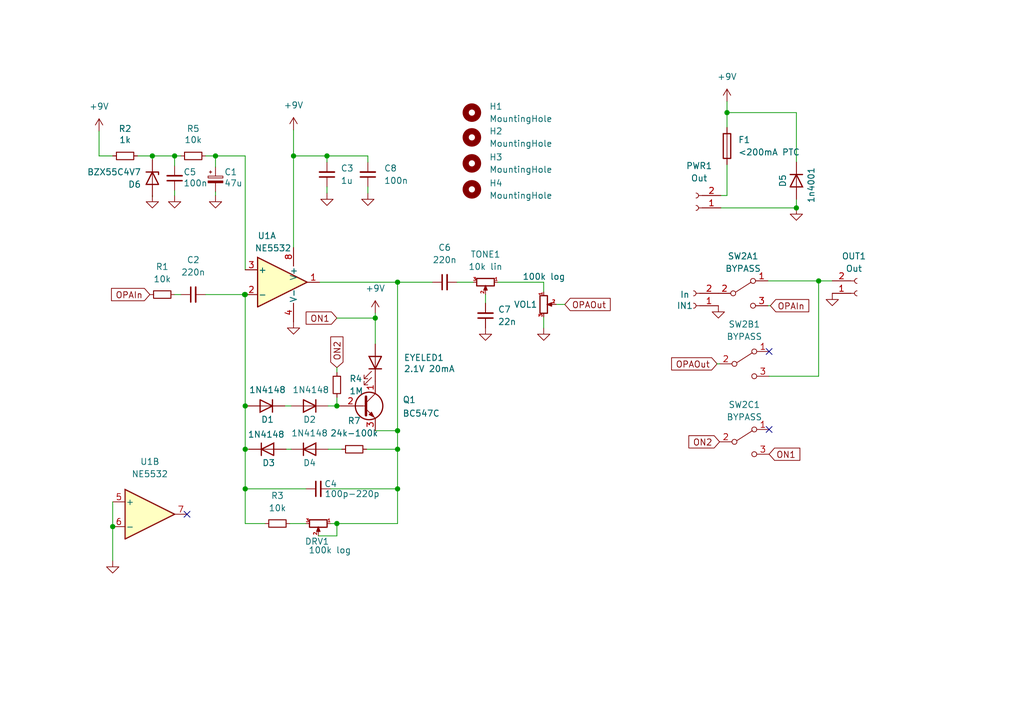
<source format=kicad_sch>
(kicad_sch (version 20211123) (generator eeschema)
  (paper "A5")
  (lib_symbols
    (symbol "Amplifier_Operational:LM358" (pin_names (offset 0.127))
      (property "Reference" "U" (at 0 5.08 0))
      (property "Value" "LM358" (at 0 -5.08 0))
      (symbol "LM358_1_1"
        (polyline (pts (xy -5.08 5.08) (xy 5.08 0) (xy -5.08 -5.08) (xy -5.08 5.08)) (stroke (width 0.254)) (fill (type background)))
        (pin output line (at 7.62 0 180) (length 2.54) (name "~") (number "1"))
        (pin input line (at -7.62 -2.54 0) (length 2.54) (name "-") (number "2"))
        (pin input line (at -7.62 2.54 0) (length 2.54) (name "+") (number "3"))
      )
      (symbol "LM358_2_1"
        (polyline (pts (xy -5.08 5.08) (xy 5.08 0) (xy -5.08 -5.08) (xy -5.08 5.08)) (stroke (width 0.254)) (fill (type background)))
        (pin input line (at -7.62 2.54 0) (length 2.54) (name "+") (number "5"))
        (pin input line (at -7.62 -2.54 0) (length 2.54) (name "-") (number "6"))
        (pin output line (at 7.62 0 180) (length 2.54) (name "~") (number "7"))
      )
      (symbol "LM358_3_1"
        (pin power_in line (at -2.54 -7.62 90) (length 3.81) (name "V-") (number "4"))
        (pin power_in line (at -2.54 7.62 270) (length 3.81) (name "V+") (number "8"))
      )
    )
    (symbol "Connector:Conn_01x02_Female" (pin_names (offset 1.016) hide)
      (property "Reference" "J" (at 0 2.54 0))
      (property "Value" "Conn_01x02_Female" (at 0 -5.08 0))
      (symbol "Conn_01x02_Female_1_1"
        (arc (start 0 -2.032) (mid -0.508 -2.54) (end 0 -3.048) (stroke (width 0.1524)))
        (polyline (pts (xy -1.27 -2.54) (xy -0.508 -2.54)) (stroke (width 0.1524)))
        (polyline (pts (xy -1.27 0) (xy -0.508 0)) (stroke (width 0.1524)))
        (arc (start 0 0.508) (mid -0.508 0) (end 0 -0.508) (stroke (width 0.1524)))
        (pin passive line (at -5.08 0 0) (length 3.81) (name "Pin_1") (number "1"))
        (pin passive line (at -5.08 -2.54 0) (length 3.81) (name "Pin_2") (number "2"))
      )
    )
    (symbol "Device:C_Polarized_Small" (pin_numbers hide) (pin_names (offset 0.254) hide)
      (property "Reference" "C" (at 0.254 1.778 0))
      (property "Value" "C_Polarized_Small" (at 0.254 -2.032 0))
      (symbol "C_Polarized_Small_0_1"
        (rectangle (start -1.524 -0.3048) (end 1.524 -0.6858) (fill (type outline)))
        (rectangle (start -1.524 0.6858) (end 1.524 0.3048))
        (polyline (pts (xy -1.27 1.524) (xy -0.762 1.524)))
        (polyline (pts (xy -1.016 1.27) (xy -1.016 1.778)))
      )
      (symbol "C_Polarized_Small_1_1"
        (pin passive line (at 0 2.54 270) (length 1.8542) (name "~") (number "1"))
        (pin passive line (at 0 -2.54 90) (length 1.8542) (name "~") (number "2"))
      )
    )
    (symbol "Device:C_Small" (pin_numbers hide) (pin_names (offset 0.254) hide)
      (property "Reference" "C" (at 0.254 1.778 0))
      (property "Value" "C_Small" (at 0.254 -2.032 0))
      (symbol "C_Small_0_1"
        (polyline (pts (xy -1.524 -0.508) (xy 1.524 -0.508)) (stroke (width 0.3302)))
        (polyline (pts (xy -1.524 0.508) (xy 1.524 0.508)) (stroke (width 0.3048)))
      )
      (symbol "C_Small_1_1"
        (pin passive line (at 0 2.54 270) (length 2.032) (name "~") (number "1"))
        (pin passive line (at 0 -2.54 90) (length 2.032) (name "~") (number "2"))
      )
    )
    (symbol "Device:D_Zener" (pin_numbers hide) (pin_names (offset 1.016) hide)
      (property "Reference" "D" (at 0 2.54 0))
      (property "Value" "D_Zener" (at 0 -2.54 0))
      (symbol "D_Zener_0_1"
        (polyline (pts (xy 1.27 0) (xy -1.27 0)))
        (polyline (pts (xy -1.27 -1.27) (xy -1.27 1.27) (xy -0.762 1.27)) (stroke (width 0.254)))
        (polyline (pts (xy 1.27 -1.27) (xy 1.27 1.27) (xy -1.27 0) (xy 1.27 -1.27)) (stroke (width 0.254)))
      )
      (symbol "D_Zener_1_1"
        (pin passive line (at -3.81 0 0) (length 2.54) (name "K") (number "1"))
        (pin passive line (at 3.81 0 180) (length 2.54) (name "A") (number "2"))
      )
    )
    (symbol "Device:Fuse" (pin_numbers hide) (pin_names (offset 0))
      (property "Reference" "F" (at 2.032 0 90))
      (property "Value" "Fuse" (at -1.905 0 90))
      (symbol "Fuse_0_1"
        (rectangle (start -0.762 -2.54) (end 0.762 2.54) (stroke (width 0.254)))
        (polyline (pts (xy 0 2.54) (xy 0 -2.54)))
      )
      (symbol "Fuse_1_1"
        (pin passive line (at 0 3.81 270) (length 1.27) (name "~") (number "1"))
        (pin passive line (at 0 -3.81 90) (length 1.27) (name "~") (number "2"))
      )
    )
    (symbol "Device:LED" (pin_numbers hide) (pin_names (offset 1.016) hide)
      (property "Reference" "D" (at 0 2.54 0))
      (property "Value" "LED" (at 0 -2.54 0))
      (symbol "LED_0_1"
        (polyline (pts (xy -1.27 -1.27) (xy -1.27 1.27)) (stroke (width 0.254)))
        (polyline (pts (xy -1.27 0) (xy 1.27 0)))
        (polyline (pts (xy 1.27 -1.27) (xy 1.27 1.27) (xy -1.27 0) (xy 1.27 -1.27)) (stroke (width 0.254)))
        (polyline (pts (xy -3.048 -0.762) (xy -4.572 -2.286) (xy -3.81 -2.286) (xy -4.572 -2.286) (xy -4.572 -1.524)))
        (polyline (pts (xy -1.778 -0.762) (xy -3.302 -2.286) (xy -2.54 -2.286) (xy -3.302 -2.286) (xy -3.302 -1.524)))
      )
      (symbol "LED_1_1"
        (pin passive line (at -3.81 0 0) (length 2.54) (name "K") (number "1"))
        (pin passive line (at 3.81 0 180) (length 2.54) (name "A") (number "2"))
      )
    )
    (symbol "Device:R_Potentiometer_Small" (pin_names (offset 1.016) hide)
      (property "Reference" "RV" (at -4.445 0 90))
      (property "Value" "R_Potentiometer_Small" (at -2.54 0 90))
      (symbol "R_Potentiometer_Small_0_1"
        (polyline (pts (xy 0.889 0) (xy 0.635 0) (xy 1.651 0.381) (xy 1.651 -0.381) (xy 0.635 0) (xy 0.889 0)) (fill (type outline)))
        (rectangle (start 0.762 1.8034) (end -0.762 -1.8034) (stroke (width 0.254)))
      )
      (symbol "R_Potentiometer_Small_1_1"
        (pin passive line (at 0 2.54 270) (length 0.635) (name "1") (number "1"))
        (pin passive line (at 2.54 0 180) (length 0.9906) (name "2") (number "2"))
        (pin passive line (at 0 -2.54 90) (length 0.635) (name "3") (number "3"))
      )
    )
    (symbol "Device:R_Small" (pin_numbers hide) (pin_names (offset 0.254) hide)
      (property "Reference" "R" (at 0.762 0.508 0))
      (property "Value" "R_Small" (at 0.762 -1.016 0))
      (symbol "R_Small_0_1"
        (rectangle (start -0.762 1.778) (end 0.762 -1.778) (stroke (width 0.2032)))
      )
      (symbol "R_Small_1_1"
        (pin passive line (at 0 2.54 270) (length 0.762) (name "~") (number "1"))
        (pin passive line (at 0 -2.54 90) (length 0.762) (name "~") (number "2"))
      )
    )
    (symbol "Diode:1N4148" (pin_numbers hide) (pin_names (offset 1.016) hide)
      (property "Reference" "D" (at 0 2.54 0))
      (property "Value" "1N4148" (at 0 -2.54 0))
      (symbol "1N4148_0_1"
        (polyline (pts (xy -1.27 1.27) (xy -1.27 -1.27)) (stroke (width 0.254)))
        (polyline (pts (xy 1.27 0) (xy -1.27 0)))
        (polyline (pts (xy 1.27 1.27) (xy 1.27 -1.27) (xy -1.27 0) (xy 1.27 1.27)) (stroke (width 0.254)))
      )
      (symbol "1N4148_1_1"
        (pin passive line (at -3.81 0 0) (length 2.54) (name "K") (number "1"))
        (pin passive line (at 3.81 0 180) (length 2.54) (name "A") (number "2"))
      )
    )
    (symbol "Mechanical:MountingHole" (pin_names (offset 1.016))
      (property "Reference" "H" (at 0 5.08 0))
      (property "Value" "MountingHole" (at 0 3.175 0))
      (symbol "MountingHole_0_1"
        (circle (center 0 0) (radius 1.27) (stroke (width 1.27)))
      )
    )
    (symbol "Switch:SW_SPDT" (pin_names (offset 0) hide)
      (property "Reference" "SW" (at 0 4.318 0))
      (property "Value" "SW_SPDT" (at 0 -5.08 0))
      (symbol "SW_SPDT_0_0"
        (circle (center -2.032 0) (radius 0.508))
        (circle (center 2.032 -2.54) (radius 0.508))
      )
      (symbol "SW_SPDT_0_1"
        (polyline (pts (xy -1.524 0.254) (xy 1.651 2.286)))
        (circle (center 2.032 2.54) (radius 0.508))
      )
      (symbol "SW_SPDT_1_1"
        (pin passive line (at 5.08 2.54 180) (length 2.54) (name "A") (number "1"))
        (pin passive line (at -5.08 0 0) (length 2.54) (name "B") (number "2"))
        (pin passive line (at 5.08 -2.54 180) (length 2.54) (name "C") (number "3"))
      )
    )
    (symbol "Transistor_BJT:BC547" (pin_names (offset 0) hide)
      (property "Reference" "Q" (at 5.08 1.905 0))
      (property "Value" "BC547" (at 5.08 0 0))
      (symbol "BC547_0_1"
        (polyline (pts (xy 0 0) (xy 0.635 0)))
        (polyline (pts (xy 0.635 0.635) (xy 2.54 2.54)))
        (polyline (pts (xy 0.635 -0.635) (xy 2.54 -2.54) (xy 2.54 -2.54)))
        (polyline (pts (xy 0.635 1.905) (xy 0.635 -1.905) (xy 0.635 -1.905)) (stroke (width 0.508)))
        (polyline (pts (xy 1.27 -1.778) (xy 1.778 -1.27) (xy 2.286 -2.286) (xy 1.27 -1.778) (xy 1.27 -1.778)) (fill (type outline)))
        (circle (center 1.27 0) (radius 2.8194) (stroke (width 0.254)))
      )
      (symbol "BC547_1_1"
        (pin passive line (at 2.54 5.08 270) (length 2.54) (name "C") (number "1"))
        (pin input line (at -5.08 0 0) (length 5.08) (name "B") (number "2"))
        (pin passive line (at 2.54 -5.08 90) (length 2.54) (name "E") (number "3"))
      )
    )
    (symbol "power:+9V" (power) (pin_names (offset 0))
      (property "Value" "+9V" (at 0 3.556 0))
      (symbol "+9V_0_1"
        (polyline (pts (xy -0.762 1.27) (xy 0 2.54)))
        (polyline (pts (xy 0 0) (xy 0 2.54)))
        (polyline (pts (xy 0 2.54) (xy 0.762 1.27)))
      )
      (symbol "+9V_1_1"
        (pin power_in line (at 0 0 90) (length 0) hide (name "+9V") (number "1"))
      )
    )
    (symbol "power:GND" (power) (pin_names (offset 0))
      (property "Value" "GND" (at 0 -3.81 0))
      (symbol "GND_0_1"
        (polyline (pts (xy 0 0) (xy 0 -1.27) (xy 1.27 -1.27) (xy 0 -2.54) (xy -1.27 -1.27) (xy 0 -1.27)))
      )
      (symbol "GND_1_1"
        (pin power_in line (at 0 0 270) (length 0) hide (name "GND") (number "1"))
      )
    )
  )
  (junction (at 23.114 108.077))
  (junction (at 31.242 32.004))
  (junction (at 50.292 83.312))
  (junction (at 50.292 92.202))
  (junction (at 163.322 42.672))
  (junction (at 69.088 107.442))
  (junction (at 167.894 57.658))
  (junction (at 50.165 60.452))
  (junction (at 69.088 83.312))
  (junction (at 50.292 100.33))
  (junction (at 60.198 32.004))
  (junction (at 81.534 100.33))
  (junction (at 35.814 32.004))
  (junction (at 81.534 88.392))
  (junction (at 81.534 57.912))
  (junction (at 44.196 32.004))
  (junction (at 50.292 60.452))
  (junction (at 81.534 92.202))
  (junction (at 67.056 32.004))
  (junction (at 149.098 23.114))
  (junction (at 76.962 65.278))
  (no_connect (at 38.354 105.537))
  (no_connect (at 157.734 72.136))
  (no_connect (at 157.734 88.138))
  (wire (pts (xy 59.69 92.202) (xy 58.674 92.202)))
  (wire (pts (xy 44.196 39.37) (xy 44.196 40.132)))
  (wire (pts (xy 93.726 57.912) (xy 97.028 57.912)))
  (wire (pts (xy 67.818 107.442) (xy 69.088 107.442)))
  (wire (pts (xy 20.32 32.004) (xy 23.114 32.004)))
  (wire (pts (xy 163.322 23.114) (xy 149.098 23.114)))
  (wire (pts (xy 31.242 32.766) (xy 31.242 32.004)))
  (wire (pts (xy 50.292 100.33) (xy 62.738 100.33)))
  (wire (pts (xy 149.098 33.782) (xy 149.098 40.132)))
  (wire (pts (xy 157.48 62.738) (xy 157.988 62.738)))
  (wire (pts (xy 76.962 88.392) (xy 81.534 88.392)))
  (wire (pts (xy 114.046 62.484) (xy 115.824 62.484)))
  (wire (pts (xy 59.436 107.442) (xy 62.738 107.442)))
  (wire (pts (xy 65.278 109.982) (xy 69.088 109.982)))
  (wire (pts (xy 28.194 32.004) (xy 31.242 32.004)))
  (wire (pts (xy 42.164 32.004) (xy 44.196 32.004)))
  (wire (pts (xy 65.532 57.912) (xy 81.534 57.912)))
  (wire (pts (xy 163.322 33.274) (xy 163.322 23.114)))
  (wire (pts (xy 67.056 38.354) (xy 67.056 39.624)))
  (wire (pts (xy 50.292 60.452) (xy 50.292 83.312)))
  (wire (pts (xy 157.734 77.216) (xy 167.894 77.216)))
  (wire (pts (xy 35.814 60.452) (xy 37.084 60.452)))
  (wire (pts (xy 69.088 65.278) (xy 76.962 65.278)))
  (wire (pts (xy 50.292 107.442) (xy 54.356 107.442)))
  (wire (pts (xy 50.292 83.312) (xy 50.8 83.312)))
  (wire (pts (xy 147.828 42.672) (xy 163.322 42.672)))
  (wire (pts (xy 111.506 57.912) (xy 111.506 59.944)))
  (wire (pts (xy 60.198 26.67) (xy 60.198 32.004)))
  (wire (pts (xy 75.438 32.004) (xy 75.438 33.274)))
  (wire (pts (xy 76.962 64.262) (xy 76.962 65.278)))
  (wire (pts (xy 50.292 92.202) (xy 50.292 100.33)))
  (wire (pts (xy 67.31 92.202) (xy 70.104 92.202)))
  (wire (pts (xy 102.108 57.912) (xy 111.506 57.912)))
  (wire (pts (xy 67.818 100.33) (xy 81.534 100.33)))
  (wire (pts (xy 81.534 100.33) (xy 81.534 107.442)))
  (wire (pts (xy 76.962 65.278) (xy 76.962 70.612)))
  (wire (pts (xy 157.48 57.658) (xy 167.894 57.658)))
  (wire (pts (xy 69.088 83.312) (xy 69.342 83.312)))
  (wire (pts (xy 35.814 32.004) (xy 37.084 32.004)))
  (wire (pts (xy 69.088 81.534) (xy 69.088 83.312)))
  (wire (pts (xy 149.098 20.828) (xy 149.098 23.114)))
  (wire (pts (xy 58.42 83.312) (xy 59.69 83.312)))
  (wire (pts (xy 149.098 23.114) (xy 149.098 26.162)))
  (wire (pts (xy 75.438 38.354) (xy 75.438 39.624)))
  (wire (pts (xy 69.088 76.454) (xy 69.088 75.438)))
  (wire (pts (xy 81.534 92.202) (xy 81.534 100.33)))
  (wire (pts (xy 69.088 107.442) (xy 81.534 107.442)))
  (wire (pts (xy 44.196 32.004) (xy 50.292 32.004)))
  (wire (pts (xy 23.114 102.997) (xy 23.114 108.077)))
  (wire (pts (xy 67.056 32.004) (xy 67.056 33.274)))
  (wire (pts (xy 35.814 39.116) (xy 35.814 40.132)))
  (wire (pts (xy 81.534 57.912) (xy 88.646 57.912)))
  (wire (pts (xy 167.894 77.216) (xy 167.894 57.658)))
  (wire (pts (xy 81.534 57.912) (xy 81.534 88.392)))
  (wire (pts (xy 20.32 26.924) (xy 20.32 32.004)))
  (wire (pts (xy 75.184 92.202) (xy 81.534 92.202)))
  (wire (pts (xy 23.114 108.077) (xy 23.114 115.062)))
  (wire (pts (xy 50.292 100.33) (xy 50.292 107.442)))
  (wire (pts (xy 50.292 92.202) (xy 50.292 83.312)))
  (wire (pts (xy 147.066 74.676) (xy 147.574 74.676)))
  (wire (pts (xy 50.292 55.372) (xy 50.292 32.004)))
  (wire (pts (xy 81.534 88.392) (xy 81.534 92.202)))
  (wire (pts (xy 50.292 92.202) (xy 51.054 92.202)))
  (wire (pts (xy 60.198 32.004) (xy 60.198 50.8)))
  (wire (pts (xy 31.242 40.132) (xy 31.242 40.386)))
  (wire (pts (xy 42.164 60.452) (xy 50.165 60.452)))
  (wire (pts (xy 163.322 40.894) (xy 163.322 42.672)))
  (wire (pts (xy 50.165 60.452) (xy 50.292 60.452)))
  (wire (pts (xy 44.196 32.004) (xy 44.196 34.29)))
  (wire (pts (xy 60.198 32.004) (xy 67.056 32.004)))
  (wire (pts (xy 35.814 34.036) (xy 35.814 32.004)))
  (wire (pts (xy 67.056 32.004) (xy 75.438 32.004)))
  (wire (pts (xy 167.894 57.658) (xy 170.688 57.658)))
  (wire (pts (xy 111.506 65.024) (xy 111.506 67.31)))
  (wire (pts (xy 31.242 32.004) (xy 35.814 32.004)))
  (wire (pts (xy 67.31 83.312) (xy 69.088 83.312)))
  (wire (pts (xy 147.828 40.132) (xy 149.098 40.132)))
  (wire (pts (xy 99.568 60.452) (xy 99.568 62.23)))
  (wire (pts (xy 69.088 109.982) (xy 69.088 107.442)))
  (global_label "OPAIn" (shape input) (at 157.988 62.738 0) (property "Intersheet References" "${INTERSHEET_REFS}" (effects hide)))
  (global_label "ON1" (shape input) (at 157.734 93.218 0) (property "Intersheet References" "${INTERSHEET_REFS}" (effects hide)))
  (global_label "OPAIn" (shape input) (at 30.734 60.452 180) (property "Intersheet References" "${INTERSHEET_REFS}" (effects hide)))
  (global_label "ON1" (shape input) (at 69.088 65.278 180) (property "Intersheet References" "${INTERSHEET_REFS}" (effects hide)))
  (global_label "ON2" (shape input) (at 147.574 90.678 180) (property "Intersheet References" "${INTERSHEET_REFS}" (effects hide)))
  (global_label "ON2" (shape input) (at 69.088 75.438 90) (property "Intersheet References" "${INTERSHEET_REFS}" (effects hide)))
  (global_label "OPAOut" (shape input) (at 147.066 74.676 180) (property "Intersheet References" "${INTERSHEET_REFS}" (effects hide)))
  (global_label "OPAOut" (shape input) (at 115.824 62.484 0) (property "Intersheet References" "${INTERSHEET_REFS}" (effects hide)))
  (symbol (lib_id "Mechanical:MountingHole") (at 96.774 38.862 0) (unit 1)
    (property "Reference" "H4" (at 100.33 37.5919 0) (effects (justify left)))
    (property "Value" "MountingHole" (at 100.33 40.1319 0) (effects (justify left)))
    (property "Footprint" "MountingHole:MountingHole_3.2mm_M3" (effects hide))
  )
  (symbol (lib_id "Diode:1N4148") (at 63.5 83.312 180) (unit 1)
    (property "Reference" "D2" (at 63.5 86.106 0))
    (property "Value" "1N4148" (at 59.944 80.01 0) (effects (justify right)))
    (property "Footprint" "Diode_THT:D_DO-35_SOD27_P7.62mm_Horizontal" (effects hide))
    (property "Datasheet" "https://assets.nexperia.com/documents/data-sheet/1N4148_1N4448.pdf" (effects hide))
  )
  (symbol (lib_id "Device:R_Potentiometer_Small") (at 111.506 62.484 0) (unit 1)
    (property "Reference" "VOL1" (at 110.236 62.484 0) (effects (justify right)))
    (property "Value" "100k log" (at 115.951 56.769 0) (effects (justify right)))
    (property "Footprint" "Connector_JST:JST_PH_B3B-PH-K_1x03_P2.00mm_Vertical" (effects hide))
  )
  (symbol (lib_id "Diode:1N4148") (at 163.322 37.084 270) (unit 1)
    (property "Reference" "D5" (at 160.528 37.084 0))
    (property "Value" "1n4001" (at 166.37 34.29 0) (effects (justify left)))
    (property "Footprint" "Diode_THT:D_DO-15_P12.70mm_Horizontal" (effects hide))
    (property "Datasheet" "https://assets.nexperia.com/documents/data-sheet/1N4148_1N4448.pdf" (effects hide))
  )
  (symbol (lib_id "power:GND") (at 67.056 39.624 0) (unit 1)
    (property "Reference" "#PWR0102" (effects hide))
    (property "Value" "GND" (effects hide))
  )
  (symbol (lib_id "Mechanical:MountingHole") (at 96.774 23.114 0) (unit 1)
    (property "Reference" "H1" (at 100.33 21.8439 0) (effects (justify left)))
    (property "Value" "MountingHole" (at 100.33 24.3839 0) (effects (justify left)))
    (property "Footprint" "MountingHole:MountingHole_3.2mm_M3" (effects hide))
  )
  (symbol (lib_id "Diode:1N4148") (at 63.5 92.202 0) (unit 1)
    (property "Reference" "D4" (at 63.5 94.996 0))
    (property "Value" "1N4148" (at 59.69 88.9 0) (effects (justify left)))
    (property "Footprint" "Diode_THT:D_DO-35_SOD27_P7.62mm_Horizontal" (effects hide))
    (property "Datasheet" "https://assets.nexperia.com/documents/data-sheet/1N4148_1N4448.pdf" (effects hide))
  )
  (symbol (lib_id "power:GND") (at 60.198 66.04 0) (unit 1)
    (property "Reference" "#PWR07" (effects hide))
    (property "Value" "GND" (effects hide))
  )
  (symbol (lib_id "Connector:Conn_01x02_Female") (at 142.24 62.738 180) (unit 1)
    (property "Reference" "IN1" (at 140.462 62.738 0))
    (property "Value" "In" (at 140.462 60.452 0))
    (property "Footprint" "Connector_JST:JST_PH_B2B-PH-K_1x02_P2.00mm_Vertical" (effects hide))
  )
  (symbol (lib_id "power:GND") (at 147.32 62.738 0) (unit 1)
    (property "Reference" "#PWR012" (effects hide))
    (property "Value" "GND" (effects hide))
  )
  (symbol (lib_id "power:GND") (at 35.814 40.132 0) (unit 1)
    (property "Reference" "#PWR0104" (effects hide))
    (property "Value" "GND" (effects hide))
  )
  (symbol (lib_id "Switch:SW_SPDT") (at 152.4 60.198 0) (unit 1)
    (property "Reference" "SW2A1" (at 152.4 52.578 0))
    (property "Value" "BYPASS" (at 152.4 55.118 0))
    (property "Footprint" "Connector_JST:JST_PH_B3B-PH-K_1x03_P2.00mm_Vertical" (effects hide))
  )
  (symbol (lib_id "Device:R_Small") (at 69.088 78.994 0) (unit 1)
    (property "Reference" "R4" (at 71.628 77.7239 0) (effects (justify left)))
    (property "Value" "1M" (at 71.628 80.2639 0) (effects (justify left)))
    (property "Footprint" "Resistor_THT:R_Axial_DIN0207_L6.3mm_D2.5mm_P10.16mm_Horizontal" (effects hide))
  )
  (symbol (lib_id "Device:C_Small") (at 75.438 35.814 180) (unit 1)
    (property "Reference" "C8" (at 78.74 34.5375 0) (effects (justify right)))
    (property "Value" "100n" (at 78.74 37.0775 0) (effects (justify right)))
    (property "Footprint" "Capacitor_THT:C_Rect_L7.0mm_W4.5mm_P5.00mm" (effects hide))
  )
  (symbol (lib_id "Amplifier_Operational:LM358") (at 57.912 57.912 0) (unit 1)
    (property "Reference" "U1" (at 54.737 48.387 0))
    (property "Value" "NE5532" (at 56.007 50.927 0))
    (property "Footprint" "Package_DIP:DIP-8_W7.62mm_Socket" (effects hide))
    (property "Datasheet" "http://www.ti.com/lit/ds/symlink/lm2904-n.pdf" (effects hide))
  )
  (symbol (lib_id "Device:R_Potentiometer_Small") (at 65.278 107.442 270) (unit 1)
    (property "Reference" "DRV1" (at 65.024 111.125 90))
    (property "Value" "100k log" (at 63.246 112.903 90) (effects (justify left)))
    (property "Footprint" "Connector_JST:JST_PH_B3B-PH-K_1x03_P2.00mm_Vertical" (effects hide))
  )
  (symbol (lib_id "power:GND") (at 23.114 115.062 0) (unit 1)
    (property "Reference" "#PWR011" (effects hide))
    (property "Value" "GND" (effects hide))
  )
  (symbol (lib_id "Device:Fuse") (at 149.098 29.972 180) (unit 1)
    (property "Reference" "F1" (at 151.384 28.7019 0) (effects (justify right)))
    (property "Value" "<200mA PTC" (at 151.384 31.2419 0) (effects (justify right)))
    (property "Footprint" "Capacitor_THT:C_Rect_L7.0mm_W4.5mm_P5.00mm" (effects hide))
  )
  (symbol (lib_id "Mechanical:MountingHole") (at 96.774 28.194 0) (unit 1)
    (property "Reference" "H2" (at 100.33 26.9239 0) (effects (justify left)))
    (property "Value" "MountingHole" (at 100.33 29.4639 0) (effects (justify left)))
    (property "Footprint" "MountingHole:MountingHole_3.2mm_M3" (effects hide))
  )
  (symbol (lib_id "power:GND") (at 75.438 39.624 0) (unit 1)
    (property "Reference" "#PWR0101" (effects hide))
    (property "Value" "GND" (effects hide))
  )
  (symbol (lib_id "power:GND") (at 170.688 60.198 0) (unit 1)
    (property "Reference" "#PWR014" (effects hide))
    (property "Value" "GND" (effects hide))
  )
  (symbol (lib_id "power:GND") (at 44.196 40.132 0) (unit 1)
    (property "Reference" "#PWR01" (effects hide))
    (property "Value" "GND" (effects hide))
  )
  (symbol (lib_id "Connector:Conn_01x02_Female") (at 175.768 60.198 0) (mirror x) (unit 1)
    (property "Reference" "OUT1" (at 175.133 52.578 0))
    (property "Value" "Out" (at 175.133 55.118 0))
    (property "Footprint" "Connector_JST:JST_PH_B2B-PH-K_1x02_P2.00mm_Vertical" (effects hide))
  )
  (symbol (lib_id "power:GND") (at 99.568 67.31 0) (unit 1)
    (property "Reference" "#PWR08" (effects hide))
    (property "Value" "GND" (effects hide))
  )
  (symbol (lib_id "Amplifier_Operational:LM358") (at 62.738 58.42 0) (unit 3)
    (property "Reference" "U1" (effects hide))
    (property "Value" "NE5532" (effects hide))
    (property "Footprint" "Package_DIP:DIP-8_W7.62mm_Socket" (effects hide))
    (property "Datasheet" "http://www.ti.com/lit/ds/symlink/lm2904-n.pdf" (effects hide))
  )
  (symbol (lib_id "Device:C_Small") (at 39.624 60.452 90) (unit 1)
    (property "Reference" "C2" (at 39.6303 53.34 90))
    (property "Value" "220n" (at 39.6303 55.88 90))
    (property "Footprint" "Capacitor_THT:C_Rect_L7.0mm_W4.5mm_P5.00mm" (effects hide))
  )
  (symbol (lib_id "power:+9V") (at 20.32 26.924 0) (unit 1)
    (property "Reference" "#PWR04" (effects hide))
    (property "Value" "+9V" (at 20.32 21.844 0))
  )
  (symbol (lib_id "Device:C_Polarized_Small") (at 44.196 36.83 0) (unit 1)
    (property "Reference" "C1" (at 45.974 35.306 0) (effects (justify left)))
    (property "Value" "47u" (at 45.974 37.592 0) (effects (justify left)))
    (property "Footprint" "Capacitor_THT:CP_Radial_D5.0mm_P2.00mm" (effects hide))
  )
  (symbol (lib_id "Connector:Conn_01x02_Female") (at 142.748 42.672 180) (unit 1)
    (property "Reference" "PWR1" (at 143.383 34.036 0))
    (property "Value" "Out" (at 143.383 36.576 0))
    (property "Footprint" "Connector_JST:JST_PH_B2B-PH-K_1x02_P2.00mm_Vertical" (effects hide))
  )
  (symbol (lib_id "power:+9V") (at 149.098 20.828 0) (unit 1)
    (property "Reference" "#PWR013" (effects hide))
    (property "Value" "+9V" (at 149.098 15.748 0))
  )
  (symbol (lib_id "Device:R_Small") (at 25.654 32.004 270) (unit 1)
    (property "Reference" "R2" (at 25.654 26.416 90))
    (property "Value" "1k" (at 25.654 28.702 90))
    (property "Footprint" "Resistor_THT:R_Axial_DIN0207_L6.3mm_D2.5mm_P10.16mm_Horizontal" (effects hide))
  )
  (symbol (lib_id "Transistor_BJT:BC547") (at 74.422 83.312 0) (unit 1)
    (property "Reference" "Q1" (at 82.55 82.042 0) (effects (justify left)))
    (property "Value" "BC547C" (at 82.55 84.836 0) (effects (justify left)))
    (property "Footprint" "Package_TO_SOT_THT:TO-92_Inline_Wide" (effects hide))
    (property "Datasheet" "https://www.onsemi.com/pub/Collateral/BC550-D.pdf" (effects hide))
  )
  (symbol (lib_id "Device:LED") (at 76.962 74.422 270) (mirror x) (unit 1)
    (property "Reference" "EYELED1" (at 82.804 73.406 90) (effects (justify left)))
    (property "Value" "2.1V 20mA" (at 82.804 75.692 90) (effects (justify left)))
    (property "Footprint" "Connector_JST:JST_PH_B2B-PH-K_1x02_P2.00mm_Vertical" (effects hide))
  )
  (symbol (lib_id "Device:C_Small") (at 99.568 64.77 180) (unit 1)
    (property "Reference" "C7" (at 102.108 63.4935 0) (effects (justify right)))
    (property "Value" "22n" (at 102.108 66.0335 0) (effects (justify right)))
    (property "Footprint" "Capacitor_THT:C_Disc_D3.0mm_W1.6mm_P2.50mm" (effects hide))
  )
  (symbol (lib_id "Device:C_Small") (at 91.186 57.912 90) (unit 1)
    (property "Reference" "C6" (at 91.1923 50.8 90))
    (property "Value" "220n" (at 91.1923 53.34 90))
    (property "Footprint" "Capacitor_THT:C_Rect_L7.0mm_W4.5mm_P5.00mm" (effects hide))
  )
  (symbol (lib_id "Device:C_Small") (at 67.056 35.814 180) (unit 1)
    (property "Reference" "C3" (at 69.85 34.5375 0) (effects (justify right)))
    (property "Value" "1u" (at 69.85 37.0775 0) (effects (justify right)))
    (property "Footprint" "Capacitor_THT:C_Rect_L7.5mm_W6.5mm_P5.00mm" (effects hide))
  )
  (symbol (lib_id "Diode:1N4148") (at 54.61 83.312 180) (unit 1)
    (property "Reference" "D3" (at 55.118 94.996 0))
    (property "Value" "1N4148" (at 51.054 80.01 0) (effects (justify right)))
    (property "Footprint" "Diode_THT:D_DO-35_SOD27_P7.62mm_Horizontal" (effects hide))
    (property "Datasheet" "https://assets.nexperia.com/documents/data-sheet/1N4148_1N4448.pdf" (effects hide))
  )
  (symbol (lib_id "Amplifier_Operational:LM358") (at 30.734 105.537 0) (unit 2)
    (property "Reference" "U1" (at 30.734 94.742 0))
    (property "Value" "NE5532" (at 30.734 97.282 0))
    (property "Footprint" "Package_DIP:DIP-8_W7.62mm_Socket" (effects hide))
    (property "Datasheet" "http://www.ti.com/lit/ds/symlink/lm2904-n.pdf" (effects hide))
  )
  (symbol (lib_id "power:GND") (at 111.506 67.31 0) (unit 1)
    (property "Reference" "#PWR09" (effects hide))
    (property "Value" "GND" (effects hide))
  )
  (symbol (lib_id "Device:R_Small") (at 33.274 60.452 90) (unit 1)
    (property "Reference" "R1" (at 33.274 54.737 90))
    (property "Value" "10k" (at 33.274 57.277 90))
    (property "Footprint" "Resistor_THT:R_Axial_DIN0207_L6.3mm_D2.5mm_P10.16mm_Horizontal" (effects hide))
  )
  (symbol (lib_id "Device:R_Small") (at 72.644 92.202 90) (unit 1)
    (property "Reference" "R7" (at 72.644 86.36 90))
    (property "Value" "24k-100k" (at 72.644 88.9 90))
    (property "Footprint" "Resistor_THT:R_Axial_DIN0207_L6.3mm_D2.5mm_P10.16mm_Horizontal" (effects hide))
  )
  (symbol (lib_id "Device:C_Small") (at 35.814 36.576 180) (unit 1)
    (property "Reference" "C5" (at 37.592 35.306 0) (effects (justify right)))
    (property "Value" "100n" (at 37.592 37.592 0) (effects (justify right)))
    (property "Footprint" "Capacitor_THT:C_Rect_L7.0mm_W4.5mm_P5.00mm" (effects hide))
  )
  (symbol (lib_id "Device:R_Small") (at 39.624 32.004 90) (unit 1)
    (property "Reference" "R5" (at 39.624 26.416 90))
    (property "Value" "10k" (at 39.624 28.702 90))
    (property "Footprint" "Resistor_THT:R_Axial_DIN0207_L6.3mm_D2.5mm_P10.16mm_Horizontal" (effects hide))
  )
  (symbol (lib_id "power:GND") (at 31.242 40.132 0) (unit 1)
    (property "Reference" "#PWR0103" (effects hide))
    (property "Value" "GND" (effects hide))
  )
  (symbol (lib_id "Device:D_Zener") (at 31.242 36.576 270) (unit 1)
    (property "Reference" "D6" (at 28.956 37.8461 90) (effects (justify right)))
    (property "Value" "BZX55C4V7" (at 28.956 35.3061 90) (effects (justify right)))
    (property "Footprint" "Diode_THT:D_DO-35_SOD27_P7.62mm_Horizontal" (effects hide))
  )
  (symbol (lib_id "power:GND") (at 163.322 42.672 0) (unit 1)
    (property "Reference" "#PWR015" (effects hide))
    (property "Value" "GND" (effects hide))
  )
  (symbol (lib_id "Mechanical:MountingHole") (at 96.774 33.528 0) (unit 1)
    (property "Reference" "H3" (at 100.33 32.2579 0) (effects (justify left)))
    (property "Value" "MountingHole" (at 100.33 34.7979 0) (effects (justify left)))
    (property "Footprint" "MountingHole:MountingHole_3.2mm_M3" (effects hide))
  )
  (symbol (lib_id "Device:R_Potentiometer_Small") (at 99.568 57.912 270) (unit 1)
    (property "Reference" "TONE1" (at 99.568 52.197 90))
    (property "Value" "10k lin" (at 99.568 54.737 90))
    (property "Footprint" "Connector_JST:JST_PH_B3B-PH-K_1x03_P2.00mm_Vertical" (effects hide))
  )
  (symbol (lib_id "power:+9V") (at 76.962 64.262 0) (unit 1)
    (property "Reference" "#PWR010" (effects hide))
    (property "Value" "+9V" (at 76.962 59.182 0))
  )
  (symbol (lib_id "Diode:1N4148") (at 54.864 92.202 0) (unit 1)
    (property "Reference" "D1" (at 54.864 86.106 0))
    (property "Value" "1N4148" (at 50.8 89.154 0) (effects (justify left)))
    (property "Footprint" "Diode_THT:D_DO-35_SOD27_P7.62mm_Horizontal" (effects hide))
    (property "Datasheet" "https://assets.nexperia.com/documents/data-sheet/1N4148_1N4448.pdf" (effects hide))
  )
  (symbol (lib_id "Device:R_Small") (at 56.896 107.442 90) (unit 1)
    (property "Reference" "R3" (at 56.896 101.727 90))
    (property "Value" "10k" (at 56.896 104.267 90))
    (property "Footprint" "Resistor_THT:R_Axial_DIN0207_L6.3mm_D2.5mm_P10.16mm_Horizontal" (effects hide))
  )
  (symbol (lib_id "Switch:SW_SPDT") (at 152.654 90.678 0) (unit 1)
    (property "Reference" "SW2C1" (at 152.654 83.058 0))
    (property "Value" "BYPASS" (at 152.654 85.598 0))
    (property "Footprint" "Connector_JST:JST_PH_B3B-PH-K_1x03_P2.00mm_Vertical" (effects hide))
  )
  (symbol (lib_id "Device:C_Small") (at 65.278 100.33 90) (unit 1)
    (property "Reference" "C4" (at 67.818 99.314 90))
    (property "Value" "100p-220p" (at 66.548 101.346 90) (effects (justify right)))
    (property "Footprint" "Capacitor_THT:C_Rect_L7.0mm_W3.5mm_P5.00mm" (effects hide))
  )
  (symbol (lib_id "power:+9V") (at 60.198 26.67 0) (unit 1)
    (property "Reference" "#PWR06" (effects hide))
    (property "Value" "+9V" (at 60.198 21.59 0))
  )
  (symbol (lib_id "Switch:SW_SPDT") (at 152.654 74.676 0) (unit 1)
    (property "Reference" "SW2B1" (at 152.654 66.548 0))
    (property "Value" "BYPASS" (at 152.654 69.088 0))
    (property "Footprint" "Connector_JST:JST_PH_B3B-PH-K_1x03_P2.00mm_Vertical" (effects hide))
  )
)
</source>
